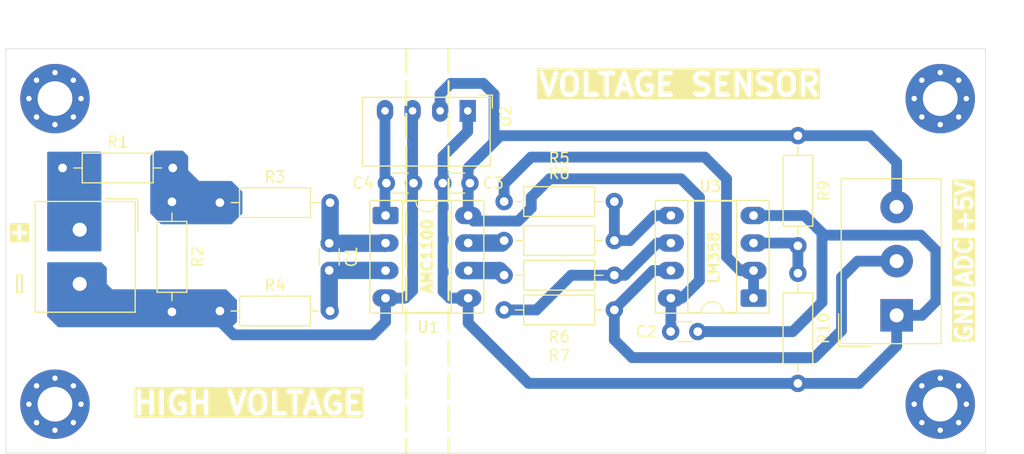
<source format=kicad_pcb>
(kicad_pcb (version 20241229) (generator "pcbnew") (generator_version "9.0")
  (layers (0 "F.Cu" signal) (2 "B.Cu" signal) (13 "F.Paste" user) (15 "B.Paste" user) (5 "F.SilkS" user "F.Silkscreen") (7 "B.SilkS" user "B.Silkscreen") (1 "F.Mask" user) (3 "B.Mask" user) (25 "Edge.Cuts" user))
  (net 0 "")
  (net 1 "Net-(C1-Pad1)")
  (net 2 "Net-(C1-Pad2)")
  (net 3 "/ADC")
  (net 4 "VCCL")
  (net 5 "GNDL")
  (net 6 "Net-(J2-Pin_1)")
  (net 7 "Net-(R1-Pad2)")
  (net 8 "Net-(R5-Pad1)")
  (net 9 "Net-(U3B-+)")
  (net 10 "Net-(R6-Pad1)")
  (net 11 "Net-(U3B--)")
  (net 12 "Net-(U3A--)")
  (net 13 "Net-(U3A-+)")
  (net 14 "VCCH")
  (net 15 "GNDH")
  (footprint "MountingHole:MountingHole_3.2mm_M3_Pad_Via" (layer "F.Cu") (at 190.1 113)
    (property "Reference" "H4" (hide yes))
    (property "Value" "MountingHole_Pad" (hide yes))
    (pad "1" thru_hole circle (at -2.4 0) (size 0.8 0.8) (drill 0.5) (layers "*.Cu" "*.Mask"))
    (pad "1" thru_hole circle (at -1.697056 -1.697056) (size 0.8 0.8) (drill 0.5) (layers "*.Cu" "*.Mask"))
    (pad "1" thru_hole circle (at -1.697056 1.697056) (size 0.8 0.8) (drill 0.5) (layers "*.Cu" "*.Mask"))
    (pad "1" thru_hole circle (at 0 -2.4) (size 0.8 0.8) (drill 0.5) (layers "*.Cu" "*.Mask"))
    (pad "1" thru_hole circle (at 0 0) (size 6.4 6.4) (drill 3.2) (layers "*.Cu" "*.Mask"))
    (pad "1" thru_hole circle (at 0 2.4) (size 0.8 0.8) (drill 0.5) (layers "*.Cu" "*.Mask"))
    (pad "1" thru_hole circle (at 1.697056 -1.697056) (size 0.8 0.8) (drill 0.5) (layers "*.Cu" "*.Mask"))
    (pad "1" thru_hole circle (at 1.697056 1.697056) (size 0.8 0.8) (drill 0.5) (layers "*.Cu" "*.Mask"))
    (pad "1" thru_hole circle (at 2.4 0) (size 0.8 0.8) (drill 0.5) (layers "*.Cu" "*.Mask"))
  )
  (footprint "Package_DIP:DIP-8_W7.62mm_Socket_LongPads" (layer "F.Cu") (at 172.89 103.21 180)
    (property "Reference" "U3" (at 3.99 10.31 0) (layer "F.SilkS"))
    (property "Value" "LM358" (hide yes))
    (fp_line (start 6.06 8.95) (end 6.06 -1.33) (stroke (width 0.12)) (layer "F.SilkS"))
    (fp_line (start 6.06 -1.33) (end 4.81 -1.33) (stroke (width 0.12)) (layer "F.SilkS"))
    (fp_line (start 2.81 -1.33) (end 1.56 -1.33) (stroke (width 0.12)) (layer "F.SilkS"))
    (fp_line (start 1.56 8.95) (end 6.06 8.95) (stroke (width 0.12)) (layer "F.SilkS"))
    (fp_line (start 1.56 -1.33) (end 1.56 8.95) (stroke (width 0.12)) (layer "F.SilkS"))
    (fp_rect (start -1.44 -1.39) (end 9.06 9.01) (stroke (width 0.12)) (fill no) (layer "F.SilkS"))
    (fp_arc (start 4.81 -1.33) (mid 3.81 -0.33) (end 2.81 -1.33) (stroke (width 0.12)) (layer "F.SilkS"))
    (pad "1" thru_hole roundrect (at 0 0 180) (size 2.4 1.6) (drill 0.8) (layers "*.Cu" "*.Mask") (roundrect_rratio 0.15625) (net 12 "Net-(U3A--)"))
    (pad "2" thru_hole oval (at 0 2.54 180) (size 2.4 1.6) (drill 0.8) (layers "*.Cu" "*.Mask") (net 12 "Net-(U3A--)"))
    (pad "3" thru_hole oval (at 0 5.08 180) (size 2.4 1.6) (drill 0.8) (layers "*.Cu" "*.Mask") (net 13 "Net-(U3A-+)"))
    (pad "4" thru_hole oval (at 0 7.62 180) (size 2.4 1.6) (drill 0.8) (layers "*.Cu" "*.Mask") (net 5 "GNDL"))
    (pad "5" thru_hole oval (at 7.62 7.62 180) (size 2.4 1.6) (drill 0.8) (layers "*.Cu" "*.Mask") (net 9 "Net-(U3B-+)"))
    (pad "6" thru_hole oval (at 7.62 5.08 180) (size 2.4 1.6) (drill 0.8) (layers "*.Cu" "*.Mask") (net 11 "Net-(U3B--)"))
    (pad "7" thru_hole oval (at 7.62 2.54 180) (size 2.4 1.6) (drill 0.8) (layers "*.Cu" "*.Mask") (net 3 "/ADC"))
    (pad "8" thru_hole oval (at 7.62 0 180) (size 2.4 1.6) (drill 0.8) (layers "*.Cu" "*.Mask") (net 4 "VCCL"))
  )
  (footprint "Resistor_THT:R_Axial_DIN0207_L6.3mm_D2.5mm_P10.16mm_Horizontal" (layer "F.Cu") (at 149.9 104.3)
    (property "Reference" "R7" (at 5.08 4.2 0) (layer "F.SilkS"))
    (property "Value" "4.2k" (hide yes))
    (fp_line (start 1.04 0) (end 1.81 0) (stroke (width 0.12)) (layer "F.SilkS"))
    (fp_line (start 1.81 -1.37) (end 1.81 1.37) (stroke (width 0.12)) (layer "F.SilkS"))
    (fp_line (start 1.81 1.37) (end 8.35 1.37) (stroke (width 0.12)) (layer "F.SilkS"))
    (fp_line (start 8.35 -1.37) (end 1.81 -1.37) (stroke (width 0.12)) (layer "F.SilkS"))
    (fp_line (start 8.35 1.37) (end 8.35 -1.37) (stroke (width 0.12)) (layer "F.SilkS"))
    (fp_line (start 9.12 0) (end 8.35 0) (stroke (width 0.12)) (layer "F.SilkS"))
    (pad "1" thru_hole circle (at 0 0) (size 1.6 1.6) (drill 0.8) (layers "*.Cu" "*.Mask") (net 11 "Net-(U3B--)"))
    (pad "2" thru_hole oval (at 10.16 0) (size 1.6 1.6) (drill 0.8) (layers "*.Cu" "*.Mask") (net 3 "/ADC"))
  )
  (footprint "Resistor_THT:R_Axial_DIN0207_L6.3mm_D2.5mm_P10.16mm_Horizontal" (layer "F.Cu") (at 160.06 94.3 180)
    (property "Reference" "R8" (at 5.08 2.6 0) (layer "F.SilkS"))
    (property "Value" "4.2k" (hide yes))
    (fp_line (start 9.12 0) (end 8.35 0) (stroke (width 0.12)) (layer "F.SilkS"))
    (fp_line (start 8.35 1.37) (end 8.35 -1.37) (stroke (width 0.12)) (layer "F.SilkS"))
    (fp_line (start 8.35 -1.37) (end 1.81 -1.37) (stroke (width 0.12)) (layer "F.SilkS"))
    (fp_line (start 1.81 1.37) (end 8.35 1.37) (stroke (width 0.12)) (layer "F.SilkS"))
    (fp_line (start 1.81 -1.37) (end 1.81 1.37) (stroke (width 0.12)) (layer "F.SilkS"))
    (fp_line (start 1.04 0) (end 1.81 0) (stroke (width 0.12)) (layer "F.SilkS"))
    (pad "1" thru_hole circle (at 0 0 180) (size 1.6 1.6) (drill 0.8) (layers "*.Cu" "*.Mask") (net 9 "Net-(U3B-+)"))
    (pad "2" thru_hole oval (at 10.16 0 180) (size 1.6 1.6) (drill 0.8) (layers "*.Cu" "*.Mask") (net 12 "Net-(U3A--)"))
  )
  (footprint "MountingHole:MountingHole_3.2mm_M3_Pad_Via" (layer "F.Cu") (at 108.5 84.8)
    (property "Reference" "H2" (hide yes))
    (property "Value" "MountingHole_Pad" (hide yes))
    (pad "1" thru_hole circle (at -2.4 0) (size 0.8 0.8) (drill 0.5) (layers "*.Cu" "*.Mask"))
    (pad "1" thru_hole circle (at -1.697056 -1.697056) (size 0.8 0.8) (drill 0.5) (layers "*.Cu" "*.Mask"))
    (pad "1" thru_hole circle (at -1.697056 1.697056) (size 0.8 0.8) (drill 0.5) (layers "*.Cu" "*.Mask"))
    (pad "1" thru_hole circle (at 0 -2.4) (size 0.8 0.8) (drill 0.5) (layers "*.Cu" "*.Mask"))
    (pad "1" thru_hole circle (at 0 0) (size 6.4 6.4) (drill 3.2) (layers "*.Cu" "*.Mask"))
    (pad "1" thru_hole circle (at 0 2.4) (size 0.8 0.8) (drill 0.5) (layers "*.Cu" "*.Mask"))
    (pad "1" thru_hole circle (at 1.697056 -1.697056) (size 0.8 0.8) (drill 0.5) (layers "*.Cu" "*.Mask"))
    (pad "1" thru_hole circle (at 1.697056 1.697056) (size 0.8 0.8) (drill 0.5) (layers "*.Cu" "*.Mask"))
    (pad "1" thru_hole circle (at 2.4 0) (size 0.8 0.8) (drill 0.5) (layers "*.Cu" "*.Mask"))
  )
  (footprint "Resistor_THT:R_Axial_DIN0207_L6.3mm_D2.5mm_P10.16mm_Horizontal" (layer "F.Cu") (at 176.98 100.92 -90)
    (property "Reference" "R10" (at 5.08 -2.37 90) (layer "F.SilkS"))
    (property "Value" "1k" (hide yes))
    (fp_line (start 1.81 1.37) (end 8.35 1.37) (stroke (width 0.12)) (layer "F.SilkS"))
    (fp_line (start 8.35 1.37) (end 8.35 -1.37) (stroke (width 0.12)) (layer "F.SilkS"))
    (fp_line (start 1.04 0) (end 1.81 0) (stroke (width 0.12)) (layer "F.SilkS"))
    (fp_line (start 9.12 0) (end 8.35 0) (stroke (width 0.12)) (layer "F.SilkS"))
    (fp_line (start 1.81 -1.37) (end 1.81 1.37) (stroke (width 0.12)) (layer "F.SilkS"))
    (fp_line (start 8.35 -1.37) (end 1.81 -1.37) (stroke (width 0.12)) (layer "F.SilkS"))
    (pad "1" thru_hole circle (at 0 0 270) (size 1.6 1.6) (drill 0.8) (layers "*.Cu" "*.Mask") (net 13 "Net-(U3A-+)"))
    (pad "2" thru_hole oval (at 10.16 0 270) (size 1.6 1.6) (drill 0.8) (layers "*.Cu" "*.Mask") (net 5 "GNDL"))
  )
  (footprint "Resistor_THT:R_Axial_DIN0207_L6.3mm_D2.5mm_P10.16mm_Horizontal" (layer "F.Cu") (at 119.28 94.32 -90)
    (property "Reference" "R2" (at 5.08 -2.37 90) (layer "F.SilkS"))
    (property "Value" "R_Small" (hide yes))
    (fp_line (start 1.81 1.37) (end 8.35 1.37) (stroke (width 0.12)) (layer "F.SilkS"))
    (fp_line (start 8.35 1.37) (end 8.35 -1.37) (stroke (width 0.12)) (layer "F.SilkS"))
    (fp_line (start 1.04 0) (end 1.81 0) (stroke (width 0.12)) (layer "F.SilkS"))
    (fp_line (start 9.12 0) (end 8.35 0) (stroke (width 0.12)) (layer "F.SilkS"))
    (fp_line (start 1.81 -1.37) (end 1.81 1.37) (stroke (width 0.12)) (layer "F.SilkS"))
    (fp_line (start 8.35 -1.37) (end 1.81 -1.37) (stroke (width 0.12)) (layer "F.SilkS"))
    (pad "1" thru_hole circle (at 0 0 270) (size 1.6 1.6) (drill 0.8) (layers "*.Cu" "*.Mask") (net 7 "Net-(R1-Pad2)"))
    (pad "2" thru_hole oval (at 10.16 0 270) (size 1.6 1.6) (drill 0.8) (layers "*.Cu" "*.Mask") (net 15 "GNDH"))
  )
  (footprint "Capacitor_THT:C_Disc_D3.0mm_W1.6mm_P2.50mm" (layer "F.Cu") (at 165.25 106.3)
    (property "Reference" "C2" (at -2.25 0 0) (layer "F.SilkS"))
    (property "Value" "0.1 uF" (hide yes))
    (fp_line (start 0.485 -0.92) (end 2.015 -0.92) (stroke (width 0.12)) (layer "F.SilkS"))
    (fp_line (start 0.485 0.92) (end 2.015 0.92) (stroke (width 0.12)) (layer "F.SilkS"))
    (pad "1" thru_hole circle (at 0 0) (size 1.6 1.6) (drill 0.8) (layers "*.Cu" "*.Mask") (net 4 "VCCL"))
    (pad "2" thru_hole circle (at 2.5 0) (size 1.6 1.6) (drill 0.8) (layers "*.Cu" "*.Mask") (net 5 "GNDL"))
  )
  (footprint "Capacitor_THT:C_Disc_D3.0mm_W1.6mm_P2.50mm" (layer "F.Cu") (at 139.05 92.6)
    (property "Reference" "C4" (at -2.15 0 0) (layer "F.SilkS"))
    (property "Value" "0.1 uF" (hide yes))
    (fp_line (start 0.485 -0.92) (end 2.015 -0.92) (stroke (width 0.12)) (layer "F.SilkS"))
    (fp_line (start 0.485 0.92) (end 2.015 0.92) (stroke (width 0.12)) (layer "F.SilkS"))
    (pad "1" thru_hole circle (at 0 0) (size 1.6 1.6) (drill 0.8) (layers "*.Cu" "*.Mask") (net 14 "VCCH"))
    (pad "2" thru_hole circle (at 2.5 0) (size 1.6 1.6) (drill 0.8) (layers "*.Cu" "*.Mask") (net 15 "GNDH"))
  )
  (footprint "Converter_DCDC:Converter_DCDC_Murata_CRE1xxxxxxSC_THT" (layer "F.Cu") (at 146.5425 85.9325 -90)
    (property "Reference" "U2" (at 0.5 -3.5 90) (layer "F.SilkS"))
    (property "Value" "CRE1S0505SC" (hide yes))
    (fp_line (start 5.09 9.7) (end -1.25 9.7) (stroke (width 0.12)) (layer "F.SilkS"))
    (fp_line (start -1.25 -2.07) (end -1.25 9.7) (stroke (width 0.12)) (layer "F.SilkS"))
    (fp_line (start 5.09 -2.07) (end 5.09 9.7) (stroke (width 0.12)) (layer "F.SilkS"))
    (fp_line (start 5.09 -2.07) (end -1.25 -2.07) (stroke (width 0.12)) (layer "F.SilkS"))
    (fp_line (start -1.45 -2.27) (end -1.45 -1.07) (stroke (width 0.12)) (layer "F.SilkS"))
    (fp_line (start -0.25 -2.27) (end -1.45 -2.27) (stroke (width 0.12)) (layer "F.SilkS"))
    (pad "1" thru_hole rect (at 0 0 180) (size 1.5 2) (drill 0.7) (layers "*.Cu" "*.Mask") (net 5 "GNDL"))
    (pad "2" thru_hole oval (at 0 2.54 180) (size 1.5 2) (drill 0.7) (layers "*.Cu" "*.Mask") (net 4 "VCCL"))
    (pad "3" thru_hole oval (at 0 5.08 180) (size 1.5 2) (drill 0.7) (layers "*.Cu" "*.Mask") (net 15 "GNDH"))
    (pad "4" thru_hole oval (at 0 7.62 180) (size 1.5 2) (drill 0.7) (layers "*.Cu" "*.Mask") (net 14 "VCCH"))
  )
  (footprint "MountingHole:MountingHole_3.2mm_M3_Pad_Via" (layer "F.Cu") (at 190.1 84.8)
    (property "Reference" "H1" (hide yes))
    (property "Value" "MountingHole_Pad" (hide yes))
    (pad "1" thru_hole circle (at -2.4 0) (size 0.8 0.8) (drill 0.5) (layers "*.Cu" "*.Mask"))
    (pad "1" thru_hole circle (at -1.697056 -1.697056) (size 0.8 0.8) (drill 0.5) (layers "*.Cu" "*.Mask"))
    (pad "1" thru_hole circle (at -1.697056 1.697056) (size 0.8 0.8) (drill 0.5) (layers "*.Cu" "*.Mask"))
    (pad "1" thru_hole circle (at 0 -2.4) (size 0.8 0.8) (drill 0.5) (layers "*.Cu" "*.Mask"))
    (pad "1" thru_hole circle (at 0 0) (size 6.4 6.4) (drill 3.2) (layers "*.Cu" "*.Mask"))
    (pad "1" thru_hole circle (at 0 2.4) (size 0.8 0.8) (drill 0.5) (layers "*.Cu" "*.Mask"))
    (pad "1" thru_hole circle (at 1.697056 -1.697056) (size 0.8 0.8) (drill 0.5) (layers "*.Cu" "*.Mask"))
    (pad "1" thru_hole circle (at 1.697056 1.697056) (size 0.8 0.8) (drill 0.5) (layers "*.Cu" "*.Mask"))
    (pad "1" thru_hole circle (at 2.4 0) (size 0.8 0.8) (drill 0.5) (layers "*.Cu" "*.Mask"))
  )
  (footprint "Package_DIP:DIP-8_W7.62mm_Socket_LongPads" (layer "F.Cu") (at 138.97 95.59)
    (property "Reference" "U1" (at 3.93 10.31 0) (layer "F.SilkS"))
    (property "Value" "AMC1100DWV" (hide yes))
    (fp_line (start 1.56 -1.33) (end 1.56 8.95) (stroke (width 0.12)) (layer "F.SilkS"))
    (fp_line (start 1.56 8.95) (end 6.06 8.95) (stroke (width 0.12)) (layer "F.SilkS"))
    (fp_line (start 2.81 -1.33) (end 1.56 -1.33) (stroke (width 0.12)) (layer "F.SilkS"))
    (fp_line (start 6.06 -1.33) (end 4.81 -1.33) (stroke (width 0.12)) (layer "F.SilkS"))
    (fp_line (start 6.06 8.95) (end 6.06 -1.33) (stroke (width 0.12)) (layer "F.SilkS"))
    (fp_rect (start -1.44 -1.39) (end 9.06 9.01) (stroke (width 0.12)) (fill no) (layer "F.SilkS"))
    (fp_arc (start 4.81 -1.33) (mid 3.81 -0.33) (end 2.81 -1.33) (stroke (width 0.12)) (layer "F.SilkS"))
    (pad "1" thru_hole roundrect (at 0 0) (size 2.4 1.6) (drill 0.8) (layers "*.Cu" "*.Mask") (roundrect_rratio 0.15625) (net 14 "VCCH"))
    (pad "2" thru_hole oval (at 0 2.54) (size 2.4 1.6) (drill 0.8) (layers "*.Cu" "*.Mask") (net 1 "Net-(C1-Pad1)"))
    (pad "3" thru_hole oval (at 0 5.08) (size 2.4 1.6) (drill 0.8) (layers "*.Cu" "*.Mask") (net 2 "Net-(C1-Pad2)"))
    (pad "4" thru_hole oval (at 0 7.62) (size 2.4 1.6) (drill 0.8) (layers "*.Cu" "*.Mask") (net 15 "GNDH"))
    (pad "5" thru_hole oval (at 7.62 7.62) (size 2.4 1.6) (drill 0.8) (layers "*.Cu" "*.Mask") (net 5 "GNDL"))
    (pad "6" thru_hole oval (at 7.62 5.08) (size 2.4 1.6) (drill 0.8) (layers "*.Cu" "*.Mask") (net 10 "Net-(R6-Pad1)"))
    (pad "7" thru_hole oval (at 7.62 2.54) (size 2.4 1.6) (drill 0.8) (layers "*.Cu" "*.Mask") (net 8 "Net-(R5-Pad1)"))
    (pad "8" thru_hole oval (at 7.62 0) (size 2.4 1.6) (drill 0.8) (layers "*.Cu" "*.Mask") (net 4 "VCCL"))
  )
  (footprint "Resistor_THT:R_Axial_DIN0207_L6.3mm_D2.5mm_P10.16mm_Horizontal" (layer "F.Cu") (at 123.7 94.4)
    (property "Reference" "R3" (at 5.08 -2.37 0) (layer "F.SilkS"))
    (property "Value" "10" (hide yes))
    (fp_line (start 1.04 0) (end 1.81 0) (stroke (width 0.12)) (layer "F.SilkS"))
    (fp_line (start 1.81 -1.37) (end 1.81 1.37) (stroke (width 0.12)) (layer "F.SilkS"))
    (fp_line (start 1.81 1.37) (end 8.35 1.37) (stroke (width 0.12)) (layer "F.SilkS"))
    (fp_line (start 8.35 -1.37) (end 1.81 -1.37) (stroke (width 0.12)) (layer "F.SilkS"))
    (fp_line (start 8.35 1.37) (end 8.35 -1.37) (stroke (width 0.12)) (layer "F.SilkS"))
    (fp_line (start 9.12 0) (end 8.35 0) (stroke (width 0.12)) (layer "F.SilkS"))
    (pad "1" thru_hole circle (at 0 0) (size 1.6 1.6) (drill 0.8) (layers "*.Cu" "*.Mask") (net 7 "Net-(R1-Pad2)"))
    (pad "2" thru_hole oval (at 10.16 0) (size 1.6 1.6) (drill 0.8) (layers "*.Cu" "*.Mask") (net 1 "Net-(C1-Pad1)"))
  )
  (footprint "Resistor_THT:R_Axial_DIN0207_L6.3mm_D2.5mm_P10.16mm_Horizontal" (layer "F.Cu") (at 176.98 88.22 -90)
    (property "Reference" "R9" (at 5.08 -2.37 90) (layer "F.SilkS"))
    (property "Value" "2k" (hide yes))
    (fp_line (start 1.81 1.37) (end 8.35 1.37) (stroke (width 0.12)) (layer "F.SilkS"))
    (fp_line (start 8.35 1.37) (end 8.35 -1.37) (stroke (width 0.12)) (layer "F.SilkS"))
    (fp_line (start 1.04 0) (end 1.81 0) (stroke (width 0.12)) (layer "F.SilkS"))
    (fp_line (start 9.12 0) (end 8.35 0) (stroke (width 0.12)) (layer "F.SilkS"))
    (fp_line (start 1.81 -1.37) (end 1.81 1.37) (stroke (width 0.12)) (layer "F.SilkS"))
    (fp_line (start 8.35 -1.37) (end 1.81 -1.37) (stroke (width 0.12)) (layer "F.SilkS"))
    (pad "1" thru_hole circle (at 0 0 270) (size 1.6 1.6) (drill 0.8) (layers "*.Cu" "*.Mask") (net 4 "VCCL"))
    (pad "2" thru_hole oval (at 10.16 0 270) (size 1.6 1.6) (drill 0.8) (layers "*.Cu" "*.Mask") (net 13 "Net-(U3A-+)"))
  )
  (footprint "TerminalBlock_Altech:Altech_AK100_1x02_P5.00mm" (layer "F.Cu") (at 110.78 96.9 -90)
    (property "Reference" "J2" (hide yes))
    (property "Value" "in" (hide yes))
    (fp_line (start -2.61 4.11) (end 7.61 4.11) (stroke (width 0.12)) (layer "F.SilkS"))
    (fp_line (start -2.85 -2.35) (end -2.85 -5.35) (stroke (width 0.12)) (layer "F.SilkS"))
    (fp_line (start -2.61 -5.11) (end -2.61 4.11) (stroke (width 0.12)) (layer "F.SilkS"))
    (fp_line (start -2.61 -5.11) (end 7.61 -5.11) (stroke (width 0.12)) (layer "F.SilkS"))
    (fp_line (start 7.61 -5.11) (end 7.61 4.11) (stroke (width 0.12)) (layer "F.SilkS"))
    (fp_line (start -2.85 -5.35) (end 0.15 -5.35) (stroke (width 0.12)) (layer "F.SilkS"))
    (pad "1" thru_hole rect (at 0 0 270) (size 3 3) (drill 1.3) (layers "*.Cu" "*.Mask") (net 6 "Net-(J2-Pin_1)"))
    (pad "2" thru_hole circle (at 5 0 270) (size 3 3) (drill 1.3) (layers "*.Cu" "*.Mask") (net 15 "GNDH"))
  )
  (footprint "Capacitor_THT:C_Disc_D3.0mm_W1.6mm_P2.50mm" (layer "F.Cu") (at 146.75 92.6 180)
    (property "Reference" "C3" (at -2.15 0 0) (layer "F.SilkS"))
    (property "Value" "0.1 uF" (hide yes))
    (fp_line (start 0.485 0.92) (end 2.015 0.92) (stroke (width 0.12)) (layer "F.SilkS"))
    (fp_line (start 0.485 -0.92) (end 2.015 -0.92) (stroke (width 0.12)) (layer "F.SilkS"))
    (pad "1" thru_hole circle (at 0 0 180) (size 1.6 1.6) (drill 0.8) (layers "*.Cu" "*.Mask") (net 4 "VCCL"))
    (pad "2" thru_hole circle (at 2.5 0 180) (size 1.6 1.6) (drill 0.8) (layers "*.Cu" "*.Mask") (net 5 "GNDL"))
  )
  (footprint "Resistor_THT:R_Axial_DIN0207_L6.3mm_D2.5mm_P10.16mm_Horizontal" (layer "F.Cu") (at 109.2 91.2)
    (property "Reference" "R1" (at 5.08 -2.37 0) (layer "F.SilkS"))
    (property "Value" "R_Small" (hide yes))
    (fp_line (start 1.04 0) (end 1.81 0) (stroke (width 0.12)) (layer "F.SilkS"))
    (fp_line (start 1.81 -1.37) (end 1.81 1.37) (stroke (width 0.12)) (layer "F.SilkS"))
    (fp_line (start 1.81 1.37) (end 8.35 1.37) (stroke (width 0.12)) (layer "F.SilkS"))
    (fp_line (start 8.35 -1.37) (end 1.81 -1.37) (stroke (width 0.12)) (layer "F.SilkS"))
    (fp_line (start 8.35 1.37) (end 8.35 -1.37) (stroke (width 0.12)) (layer "F.SilkS"))
    (fp_line (start 9.12 0) (end 8.35 0) (stroke (width 0.12)) (layer "F.SilkS"))
    (pad "1" thru_hole circle (at 0 0) (size 1.6 1.6) (drill 0.8) (layers "*.Cu" "*.Mask") (net 6 "Net-(J2-Pin_1)"))
    (pad "2" thru_hole oval (at 10.16 0) (size 1.6 1.6) (drill 0.8) (layers "*.Cu" "*.Mask") (net 7 "Net-(R1-Pad2)"))
  )
  (footprint "Resistor_THT:R_Axial_DIN0207_L6.3mm_D2.5mm_P10.16mm_Horizontal" (layer "F.Cu") (at 149.9 97.9)
    (property "Reference" "R5" (at 5.08 -7.6 0) (layer "F.SilkS"))
    (property "Value" "10k" (hide yes))
    (fp_line (start 1.04 0) (end 1.81 0) (stroke (width 0.12)) (layer "F.SilkS"))
    (fp_line (start 1.81 -1.37) (end 1.81 1.37) (stroke (width 0.12)) (layer "F.SilkS"))
    (fp_line (start 1.81 1.37) (end 8.35 1.37) (stroke (width 0.12)) (layer "F.SilkS"))
    (fp_line (start 8.35 -1.37) (end 1.81 -1.37) (stroke (width 0.12)) (layer "F.SilkS"))
    (fp_line (start 8.35 1.37) (end 8.35 -1.37) (stroke (width 0.12)) (layer "F.SilkS"))
    (fp_line (start 9.12 0) (end 8.35 0) (stroke (width 0.12)) (layer "F.SilkS"))
    (pad "1" thru_hole circle (at 0 0) (size 1.6 1.6) (drill 0.8) (layers "*.Cu" "*.Mask") (net 8 "Net-(R5-Pad1)"))
    (pad "2" thru_hole oval (at 10.16 0) (size 1.6 1.6) (drill 0.8) (layers "*.Cu" "*.Mask") (net 9 "Net-(U3B-+)"))
  )
  (footprint "MountingHole:MountingHole_3.2mm_M3_Pad_Via" (layer "F.Cu") (at 108.5 113)
    (property "Reference" "H3" (hide yes))
    (property "Value" "MountingHole_Pad" (hide yes))
    (pad "1" thru_hole circle (at -2.4 0) (size 0.8 0.8) (drill 0.5) (layers "*.Cu" "*.Mask"))
    (pad "1" thru_hole circle (at -1.697056 -1.697056) (size 0.8 0.8) (drill 0.5) (layers "*.Cu" "*.Mask"))
    (pad "1" thru_hole circle (at -1.697056 1.697056) (size 0.8 0.8) (drill 0.5) (layers "*.Cu" "*.Mask"))
    (pad "1" thru_hole circle (at 0 -2.4) (size 0.8 0.8) (drill 0.5) (layers "*.Cu" "*.Mask"))
    (pad "1" thru_hole circle (at 0 0) (size 6.4 6.4) (drill 3.2) (layers "*.Cu" "*.Mask"))
    (pad "1" thru_hole circle (at 0 2.4) (size 0.8 0.8) (drill 0.5) (layers "*.Cu" "*.Mask"))
    (pad "1" thru_hole circle (at 1.697056 -1.697056) (size 0.8 0.8) (drill 0.5) (layers "*.Cu" "*.Mask"))
    (pad "1" thru_hole circle (at 1.697056 1.697056) (size 0.8 0.8) (drill 0.5) (layers "*.Cu" "*.Mask"))
    (pad "1" thru_hole circle (at 2.4 0) (size 0.8 0.8) (drill 0.5) (layers "*.Cu" "*.Mask"))
  )
  (footprint "Resistor_THT:R_Axial_DIN0207_L6.3mm_D2.5mm_P10.16mm_Horizontal" (layer "F.Cu") (at 149.9 101.1)
    (property "Reference" "R6" (at 5.08 5.7 0) (layer "F.SilkS"))
    (property "Value" "10k" (hide yes))
    (fp_line (start 1.04 0) (end 1.81 0) (stroke (width 0.12)) (layer "F.SilkS"))
    (fp_line (start 1.81 -1.37) (end 1.81 1.37) (stroke (width 0.12)) (layer "F.SilkS"))
    (fp_line (start 1.81 1.37) (end 8.35 1.37) (stroke (width 0.12)) (layer "F.SilkS"))
    (fp_line (start 8.35 -1.37) (end 1.81 -1.37) (stroke (width 0.12)) (layer "F.SilkS"))
    (fp_line (start 8.35 1.37) (end 8.35 -1.37) (stroke (width 0.12)) (layer "F.SilkS"))
    (fp_line (start 9.12 0) (end 8.35 0) (stroke (width 0.12)) (layer "F.SilkS"))
    (pad "1" thru_hole circle (at 0 0) (size 1.6 1.6) (drill 0.8) (layers "*.Cu" "*.Mask") (net 10 "Net-(R6-Pad1)"))
    (pad "2" thru_hole oval (at 10.16 0) (size 1.6 1.6) (drill 0.8) (layers "*.Cu" "*.Mask") (net 11 "Net-(U3B--)"))
  )
  (footprint "Capacitor_THT:C_Disc_D3.0mm_W1.6mm_P2.50mm" (layer "F.Cu") (at 133.78 98.15 -90)
    (property "Reference" "C1" (at 1.25 -2.05 90) (layer "F.SilkS"))
    (property "Value" "0.01 uF" (hide yes))
    (fp_line (start 0.485 0.92) (end 2.015 0.92) (stroke (width 0.12)) (layer "F.SilkS"))
    (fp_line (start 0.485 -0.92) (end 2.015 -0.92) (stroke (width 0.12)) (layer "F.SilkS"))
    (pad "1" thru_hole circle (at 0 0 270) (size 1.6 1.6) (drill 0.8) (layers "*.Cu" "*.Mask") (net 1 "Net-(C1-Pad1)"))
    (pad "2" thru_hole circle (at 2.5 0 270) (size 1.6 1.6) (drill 0.8) (layers "*.Cu" "*.Mask") (net 2 "Net-(C1-Pad2)"))
  )
  (footprint "Resistor_THT:R_Axial_DIN0207_L6.3mm_D2.5mm_P10.16mm_Horizontal" (layer "F.Cu") (at 123.7 104.4)
    (property "Reference" "R4" (at 5.08 -2.37 0) (layer "F.SilkS"))
    (property "Value" "10" (hide yes))
    (fp_line (start 1.04 0) (end 1.81 0) (stroke (width 0.12)) (layer "F.SilkS"))
    (fp_line (start 1.81 -1.37) (end 1.81 1.37) (stroke (width 0.12)) (layer "F.SilkS"))
    (fp_line (start 1.81 1.37) (end 8.35 1.37) (stroke (width 0.12)) (layer "F.SilkS"))
    (fp_line (start 8.35 -1.37) (end 1.81 -1.37) (stroke (width 0.12)) (layer "F.SilkS"))
    (fp_line (start 8.35 1.37) (end 8.35 -1.37) (stroke (width 0.12)) (layer "F.SilkS"))
    (fp_line (start 9.12 0) (end 8.35 0) (stroke (width 0.12)) (layer "F.SilkS"))
    (pad "1" thru_hole circle (at 0 0) (size 1.6 1.6) (drill 0.8) (layers "*.Cu" "*.Mask") (net 15 "GNDH"))
    (pad "2" thru_hole oval (at 10.16 0) (size 1.6 1.6) (drill 0.8) (layers "*.Cu" "*.Mask") (net 2 "Net-(C1-Pad2)"))
  )
  (footprint "TerminalBlock_Altech:Altech_AK100_1x03_P5.00mm" (layer "F.Cu") (at 186.08 104.8 90)
    (property "Reference" "J1" (hide yes))
    (property "Value" "out" (hide yes))
    (fp_line (start -2.85 -5.35) (end 0.15 -5.35) (stroke (width 0.12)) (layer "F.SilkS"))
    (fp_line (start 12.61 -5.11) (end 12.61 4.11) (stroke (width 0.12)) (layer "F.SilkS"))
    (fp_line (start -2.61 -5.11) (end 12.61 -5.11) (stroke (width 0.12)) (layer "F.SilkS"))
    (fp_line (start -2.61 -5.11) (end -2.61 4.11) (stroke (width 0.12)) (layer "F.SilkS"))
    (fp_line (start -2.85 -2.35) (end -2.85 -5.35) (stroke (width 0.12)) (layer "F.SilkS"))
    (fp_line (start -2.61 4.11) (end 12.61 4.11) (stroke (width 0.12)) (layer "F.SilkS"))
    (pad "1" thru_hole rect (at 0 0 90) (size 3 3) (drill 1.3) (layers "*.Cu" "*.Mask") (net 5 "GNDL"))
    (pad "2" thru_hole circle (at 5 0 90) (size 3 3) (drill 1.3) (layers "*.Cu" "*.Mask") (net 3 "/ADC"))
    (pad "3" thru_hole circle (at 10 0 90) (size 3 3) (drill 1.3) (layers "*.Cu" "*.Mask") (net 4 "VCCL"))
  )
  (gr_line (start 144.78 80.2) (end 144.78 117.5) (stroke (width 0.2) (type dash)) (layer "F.SilkS"))
  (gr_line (start 140.88 80.2) (end 140.88 117.5) (stroke (width 0.2) (type dash)) (layer "F.SilkS"))
  (gr_rect (start 103.98 80.2) (end 194.28 117.5) (stroke (width 0.05)) (fill no) (layer "Edge.Cuts"))
  (gr_text "HIGH VOLTAGE" (at 115.5 114.1 0) (layer "F.SilkS" knockout) (effects (font (size 2 2) (thickness 0.4) (bold yes)) (justify left bottom)))
  (gr_text "LM358" (at 169.8 102 90) (layer "F.SilkS") (effects (font (size 1 1) (thickness 0.2) (bold yes)) (justify left bottom)))
  (gr_text "VOLTAGE SENSOR" (at 152.9 84.7 0) (layer "F.SilkS" knockout) (effects (font (size 2 2) (thickness 0.4) (bold yes)) (justify left bottom)))
  (gr_text "ADC" (at 193.2 102.157143 90) (layer "F.SilkS" knockout) (effects (font (size 1.5 1.5) (thickness 0.3) (bold yes)) (justify left bottom)))
  (gr_text "AMC1100" (at 143.4 102.9 90) (layer "F.SilkS") (effects (font (size 1 1) (thickness 0.25) (bold yes)) (justify left bottom)))
  (gr_text "+" (at 106 98.3 90) (layer "F.SilkS" knockout) (effects (font (size 1.5 1.5) (thickness 0.3) (bold yes)) (justify left bottom)))
  (gr_text "GND" (at 193.2 107.4 90) (layer "F.SilkS" knockout) (effects (font (size 1.5 1.5) (thickness 0.3) (bold yes)) (justify left bottom)))
  (gr_text "-" (at 106 101.9 90) (layer "F.SilkS" knockout) (effects (font (size 1.5 1.5) (thickness 0.3) (bold yes)) (justify bottom)))
  (gr_text "+5V" (at 193.2 97.2 90) (layer "F.SilkS" knockout) (effects (font (size 1.5 1.5) (thickness 0.3) (bold yes)) (justify left bottom)))
  (segment (start 133.86 98.07) (end 133.78 98.15) (width 1.6) (layer "B.Cu") (net 1))
  (segment (start 133.78 98.15) (end 138.95 98.15) (width 1.6) (layer "B.Cu") (net 1))
  (segment (start 133.86 94.4) (end 133.86 98.07) (width 1.6) (layer "B.Cu") (net 1))
  (segment (start 138.95 98.15) (end 138.97 98.13) (width 1.6) (layer "B.Cu") (net 1))
  (segment (start 138.95 100.65) (end 138.97 100.67) (width 1.6) (layer "B.Cu") (net 2))
  (segment (start 133.78 104.32) (end 133.86 104.4) (width 1.6) (layer "B.Cu") (net 2))
  (segment (start 133.78 100.65) (end 138.95 100.65) (width 1.6) (layer "B.Cu") (net 2))
  (segment (start 133.78 100.65) (end 133.78 104.32) (width 1.6) (layer "B.Cu") (net 2))
  (segment (start 163.63 100.67) (end 160.06 104.24) (width 1) (layer "B.Cu") (net 3))
  (segment (start 165.27 100.67) (end 163.63 100.67) (width 1) (layer "B.Cu") (net 3))
  (segment (start 181 106.2) (end 178.5 108.7) (width 1) (layer "B.Cu") (net 3))
  (segment (start 160.06 104.24) (end 160.06 104.3) (width 1) (layer "B.Cu") (net 3))
  (segment (start 181 101.28) (end 181 106.2) (width 1) (layer "B.Cu") (net 3))
  (segment (start 186.08 99.8) (end 182.48 99.8) (width 1) (layer "B.Cu") (net 3))
  (segment (start 182.48 99.8) (end 181 101.28) (width 1) (layer "B.Cu") (net 3))
  (segment (start 178.5 108.7) (end 161.7 108.7) (width 1) (layer "B.Cu") (net 3))
  (segment (start 161.7 108.7) (end 160.06 107.06) (width 1) (layer "B.Cu") (net 3))
  (segment (start 160.06 107.06) (end 160.06 104.3) (width 1) (layer "B.Cu") (net 3))
  (segment (start 166.2 92.2) (end 167.9 93.9) (width 1) (layer "B.Cu") (net 4))
  (segment (start 147.98 83.4) (end 148.98 84.4) (width 1) (layer "B.Cu") (net 4))
  (segment (start 148.98 84.4) (end 148.98 88.8) (width 1) (layer "B.Cu") (net 4))
  (segment (start 183.62 88.22) (end 186.08 90.68) (width 1) (layer "B.Cu") (net 4))
  (segment (start 144.0025 84.3775) (end 144.98 83.4) (width 1) (layer "B.Cu") (net 4))
  (segment (start 151.2 96.1) (end 152.4 94.9) (width 1) (layer "B.Cu") (net 4))
  (segment (start 166.29 103.21) (end 165.27 103.21) (width 1) (layer "B.Cu") (net 4))
  (segment (start 152.4 94.9) (end 152.4 93.9) (width 1) (layer "B.Cu") (net 4))
  (segment (start 165.27 106.28) (end 165.25 106.3) (width 1) (layer "B.Cu") (net 4))
  (segment (start 152.4 93.9) (end 154.1 92.2) (width 1) (layer "B.Cu") (net 4))
  (segment (start 165.27 103.21) (end 165.27 106.28) (width 1) (layer "B.Cu") (net 4))
  (segment (start 146.59 95.59) (end 147.1 96.1) (width 1) (layer "B.Cu") (net 4))
  (segment (start 149.56 88.22) (end 148.98 88.8) (width 1) (layer "B.Cu") (net 4))
  (segment (start 147.1 96.1) (end 151.2 96.1) (width 1) (layer "B.Cu") (net 4))
  (segment (start 154.1 92.2) (end 166.2 92.2) (width 1) (layer "B.Cu") (net 4))
  (segment (start 167.9 93.9) (end 167.9 101.6) (width 1) (layer "B.Cu") (net 4))
  (segment (start 144.98 83.4) (end 147.98 83.4) (width 1) (layer "B.Cu") (net 4))
  (segment (start 144.0025 85.9325) (end 144.0025 84.3775) (width 1) (layer "B.Cu") (net 4))
  (segment (start 176.98 88.22) (end 183.62 88.22) (width 1) (layer "B.Cu") (net 4))
  (segment (start 167.9 101.6) (end 166.29 103.21) (width 1) (layer "B.Cu") (net 4))
  (segment (start 186.08 90.68) (end 186.08 94.8) (width 1) (layer "B.Cu") (net 4))
  (segment (start 148.98 88.8) (end 146.59 91.19) (width 1) (layer "B.Cu") (net 4))
  (segment (start 176.98 88.22) (end 149.56 88.22) (width 1) (layer "B.Cu") (net 4))
  (segment (start 146.59 91.19) (end 146.59 95.59) (width 1) (layer "B.Cu") (net 4))
  (segment (start 182.62 111.08) (end 176.98 111.08) (width 1) (layer "B.Cu") (net 5))
  (segment (start 144.28 102.6) (end 144.89 103.21) (width 1) (layer "B.Cu") (net 5))
  (segment (start 146.5425 87.8375) (end 144.28 90.1) (width 1) (layer "B.Cu") (net 5))
  (segment (start 179.2 97.2) (end 177.59 95.59) (width 1) (layer "B.Cu") (net 5))
  (segment (start 188.3 97.4) (end 179.4 97.4) (width 1) (layer "B.Cu") (net 5))
  (segment (start 144.89 103.21) (end 146.59 103.21) (width 1) (layer "B.Cu") (net 5))
  (segment (start 146.5425 85.9325) (end 146.5425 87.8375) (width 1) (layer "B.Cu") (net 5))
  (segment (start 179.2 103.6) (end 179.2 97.2) (width 1) (layer "B.Cu") (net 5))
  (segment (start 177.59 95.59) (end 172.89 95.59) (width 1) (layer "B.Cu") (net 5))
  (segment (start 186.08 104.8) (end 186.08 107.62) (width 1) (layer "B.Cu") (net 5))
  (segment (start 146.59 105.51) (end 146.59 103.21) (width 1) (layer "B.Cu") (net 5))
  (segment (start 176.5 106.3) (end 179.2 103.6) (width 1) (layer "B.Cu") (net 5))
  (segment (start 189.7 103.5) (end 189.7 98.8) (width 1) (layer "B.Cu") (net 5))
  (segment (start 179.4 97.4) (end 179.2 97.2) (width 1) (layer "B.Cu") (net 5))
  (segment (start 167.75 106.3) (end 176.5 106.3) (width 1) (layer "B.Cu") (net 5))
  (segment (start 186.08 107.62) (end 182.62 111.08) (width 1) (layer "B.Cu") (net 5))
  (segment (start 188.4 104.8) (end 189.7 103.5) (width 1) (layer "B.Cu") (net 5))
  (segment (start 189.7 98.8) (end 188.3 97.4) (width 1) (layer "B.Cu") (net 5))
  (segment (start 186.08 104.8) (end 188.4 104.8) (width 1) (layer "B.Cu") (net 5))
  (segment (start 176.98 111.08) (end 152.16 111.08) (width 1) (layer "B.Cu") (net 5))
  (segment (start 144.28 90.1) (end 144.28 102.6) (width 1) (layer "B.Cu") (net 5))
  (segment (start 152.16 111.08) (end 146.59 105.51) (width 1) (layer "B.Cu") (net 5))
  (segment (start 146.59 98.13) (end 149.67 98.13) (width 1.6) (layer "B.Cu") (net 8))
  (segment (start 149.67 98.13) (end 149.9 97.9) (width 1.6) (layer "B.Cu") (net 8))
  (segment (start 165.27 95.59) (end 163.79 95.59) (width 1) (layer "B.Cu") (net 9))
  (segment (start 161.48 97.9) (end 160.06 97.9) (width 1) (layer "B.Cu") (net 9))
  (segment (start 163.79 95.59) (end 161.48 97.9) (width 1) (layer "B.Cu") (net 9))
  (segment (start 160.06 97.9) (end 160.06 94.3) (width 1) (layer "B.Cu") (net 9))
  (segment (start 146.59 100.67) (end 149.47 100.67) (width 1.6) (layer "B.Cu") (net 10))
  (segment (start 149.47 100.67) (end 149.9 101.1) (width 1.6) (layer "B.Cu") (net 10))
  (segment (start 164 98.13) (end 161.03 101.1) (width 1) (layer "B.Cu") (net 11))
  (segment (start 160.06 101.1) (end 156.08 101.1) (width 1) (layer "B.Cu") (net 11))
  (segment (start 161.03 101.1) (end 160.06 101.1) (width 1) (layer "B.Cu") (net 11))
  (segment (start 156.08 101.1) (end 152.88 104.3) (width 1) (layer "B.Cu") (net 11))
  (segment (start 152.88 104.3) (end 149.9 104.3) (width 1) (layer "B.Cu") (net 11))
  (segment (start 165.27 98.13) (end 164 98.13) (width 1) (layer "B.Cu") (net 11))
  (segment (start 149.9 92.68) (end 152.38 90.2) (width 1) (layer "B.Cu") (net 12))
  (segment (start 149.9 94.3) (end 149.9 92.68) (width 1) (layer "B.Cu") (net 12))
  (segment (start 152.38 90.2) (end 168.4 90.2) (width 1) (layer "B.Cu") (net 12))
  (segment (start 168.4 90.2) (end 170.4 92.2) (width 1) (layer "B.Cu") (net 12))
  (segment (start 170.4 92.2) (end 170.4 99.4) (width 1) (layer "B.Cu") (net 12))
  (segment (start 171.67 100.67) (end 172.89 100.67) (width 1) (layer "B.Cu") (net 12))
  (segment (start 172.89 103.21) (end 172.89 100.67) (width 1) (layer "B.Cu") (net 12))
  (segment (start 170.4 99.4) (end 171.67 100.67) (width 1) (layer "B.Cu") (net 12))
  (segment (start 176.73 98.13) (end 176.98 98.38) (width 1) (layer "B.Cu") (net 13))
  (segment (start 172.89 98.13) (end 176.73 98.13) (width 1) (layer "B.Cu") (net 13))
  (segment (start 176.98 100.92) (end 176.98 98.38) (width 1) (layer "B.Cu") (net 13))
  (segment (start 138.9225 85.9325) (end 138.9225 95.5425) (width 1) (layer "B.Cu") (net 14))
  (segment (start 138.9225 95.5425) (end 138.97 95.59) (width 1) (layer "B.Cu") (net 14))
  (segment (start 141.4625 85.9325) (end 141.4625 102.5175) (width 1) (layer "B.Cu") (net 15))
  (segment (start 137.78 106.6) (end 124.98 106.6) (width 1) (layer "B.Cu") (net 15))
  (segment (start 138.97 105.41) (end 137.78 106.6) (width 1) (layer "B.Cu") (net 15))
  (segment (start 124.98 106.6) (end 123.78 105.4) (width 1) (layer "B.Cu") (net 15))
  (segment (start 123.78 105.4) (end 123.78 104.48) (width 1) (layer "B.Cu") (net 15))
  (segment (start 141.4625 102.5175) (end 140.77 103.21) (width 1) (layer "B.Cu") (net 15))
  (segment (start 123.78 104.48) (end 123.7 104.4) (width 1) (layer "B.Cu") (net 15))
  (segment (start 138.97 103.21) (end 138.97 105.41) (width 1) (layer "B.Cu") (net 15))
  (segment (start 140.77 103.21) (end 138.97 103.21) (width 1) (layer "B.Cu") (net 15))
  (zone (net 6) (net_name "Net-(J2-Pin_1)") (layer "B.Cu") (connect_pads yes (clearance 0.5)) (min_thickness 0.25) (fill yes (thermal_gap 0.5) (thermal_bridge_width 0.5))
    (polygon (pts (xy 107.78 89.7) (xy 107.78 98.9) (xy 112.78 98.9) (xy 112.78 89.7)))
  )
  (zone (net 7) (net_name "Net-(R1-Pad2)") (layer "B.Cu") (priority 2) (connect_pads yes (clearance 0.5)) (min_thickness 0.25) (fill yes (thermal_gap 0.5) (thermal_bridge_width 0.5))
    (polygon (pts (xy 117.28 90.1) (xy 117.28 95.4) (xy 118.28 96.4) (xy 124.78 96.4) (xy 125.78 95.4) (xy 125.78 93.4) (xy 124.78 92.4) (xy 121.78 92.4) (xy 120.78 91.4) (xy 120.78 90.1) (xy 120.28 89.6) (xy 117.78 89.6)))
  )
  (zone (net 15) (net_name "GNDH") (layer "B.Cu") (priority 1) (connect_pads yes (clearance 0.5)) (min_thickness 0.25) (fill yes (thermal_gap 0.5) (thermal_bridge_width 0.5))
    (polygon (pts (xy 107.78 99.9) (xy 112.78 99.9) (xy 113.28 100.4) (xy 113.28 101.9) (xy 113.78 102.4) (xy 124.28 102.4) (xy 125.28 103.4) (xy 125.28 105.4) (xy 124.78 105.9) (xy 108.78 105.9) (xy 107.78 104.9)))
  )
)
</source>
